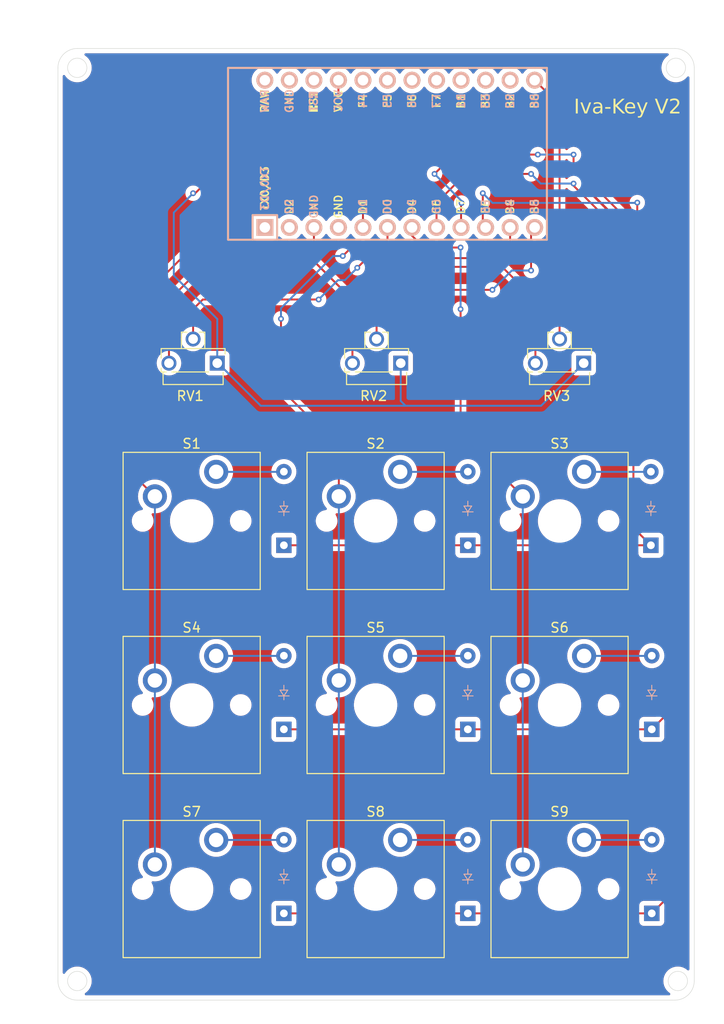
<source format=kicad_pcb>
(kicad_pcb (version 20240108) (generator "pcbnew") (generator_version "8.0")
  (layers (0 "F.Cu" signal) (31 "B.Cu" signal) (34 "B.Paste" user) (35 "F.Paste" user) (36 "B.SilkS" user "B.Silkscreen") (37 "F.SilkS" user "F.Silkscreen") (38 "B.Mask" user) (39 "F.Mask" user) (44 "Edge.Cuts" user))
  (net 0 "")
  (net 1 "row 1")
  (net 2 "Net-(D1-A)")
  (net 3 "Net-(D2-A)")
  (net 4 "Net-(D3-A)")
  (net 5 "Net-(D4-A)")
  (net 6 "row 2")
  (net 7 "Net-(D5-A)")
  (net 8 "Net-(D6-A)")
  (net 9 "row 3")
  (net 10 "Net-(D7-A)")
  (net 11 "Net-(D8-A)")
  (net 12 "Net-(D9-A)")
  (net 13 "vol 1")
  (net 14 "gnd")
  (net 15 "vcc")
  (net 16 "vol 2")
  (net 17 "vol 3")
  (net 18 "col 1")
  (net 19 "col 2")
  (net 20 "col 3")
  (footprint "Potentiometer_THT:Potentiometer_Runtron_RM-063_Horizontal" (layer "F.Cu") (at 96.5 52.59 180)
    (property "Reference" "RV1" (at 2.8 -3.4 180) (layer "F.SilkS"))
    (property "Value" "R_Potentiometer")
    (fp_line (start 5.81 1.51) (end 5.81 0.52) (stroke (width 0.12)) (layer "F.SilkS"))
    (fp_line (start 5.81 -0.91) (end 5.81 -0.52) (stroke (width 0.12)) (layer "F.SilkS"))
    (fp_line (start 5.61 -2.21) (end 5.61 -0.91) (stroke (width 0.12)) (layer "F.SilkS"))
    (fp_line (start 5.29 -0.91) (end 5.81 -0.91) (stroke (width 0.12)) (layer "F.SilkS"))
    (fp_line (start 3.71 1.51) (end 3.71 3.21) (stroke (width 0.12)) (layer "F.SilkS"))
    (fp_line (start 3.14 3.21) (end 3.71 3.21) (stroke (width 0.12)) (layer "F.SilkS"))
    (fp_line (start 1.29 3.21) (end 1.86 3.21) (stroke (width 0.12)) (layer "F.SilkS"))
    (fp_line (start 1.29 1.51) (end 1.29 3.21) (stroke (width 0.12)) (layer "F.SilkS"))
    (fp_line (start 0.9 -0.91) (end 4.7 -0.91) (stroke (width 0.12)) (layer "F.SilkS"))
    (fp_line (start -0.61 -0.96) (end -0.61 -2.2) (stroke (width 0.12)) (layer "F.SilkS"))
    (fp_line (start -0.61 -2.21) (end 5.61 -2.21) (stroke (width 0.12)) (layer "F.SilkS"))
    (fp_line (start -0.81 1.51) (end 5.81 1.51) (stroke (width 0.12)) (layer "F.SilkS"))
    (fp_line (start -0.81 0.96) (end -0.81 1.51) (stroke (width 0.12)) (layer "F.SilkS"))
    (pad "1" thru_hole rect (at 0 0 180) (size 1.55 1.55) (drill 1) (layers "*.Cu" "*.Mask") (net 15 "vcc"))
    (pad "2" thru_hole circle (at 2.5 2.5 180) (size 1.55 1.55) (drill 1) (layers "*.Cu" "*.Mask") (net 13 "vol 1"))
    (pad "3" thru_hole circle (at 5 0 180) (size 1.55 1.55) (drill 1) (layers "*.Cu" "*.Mask") (net 14 "gnd"))
  )
  (footprint "ScottoKeebs_MX:MX_PCB_1.00u" (layer "F.Cu") (at 93.85 68.92)
    (property "Reference" "S1" (at 0 -8 0) (layer "F.SilkS"))
    (property "Value" "Keyswitch")
    (fp_line (start -7.1 -7.1) (end -7.1 7.1) (stroke (width 0.12)) (layer "F.SilkS"))
    (fp_line (start -7.1 7.1) (end 7.1 7.1) (stroke (width 0.12)) (layer "F.SilkS"))
    (fp_line (start 7.1 -7.1) (end -7.1 -7.1) (stroke (width 0.12)) (layer "F.SilkS"))
    (fp_line (start 7.1 7.1) (end 7.1 -7.1) (stroke (width 0.12)) (layer "F.SilkS"))
    (pad "" np_thru_hole circle (at -5.08 0) (size 1.75 1.75) (drill 1.75) (layers "*.Cu" "*.Mask"))
    (pad "" np_thru_hole circle (at 0 0) (size 4 4) (drill 4) (layers "*.Cu" "*.Mask"))
    (pad "" np_thru_hole circle (at 5.08 0) (size 1.75 1.75) (drill 1.75) (layers "*.Cu" "*.Mask"))
    (pad "1" thru_hole circle (at -3.81 -2.54) (size 2.5 2.5) (drill 1.5) (layers "*.Cu" "*.Mask") (net 18 "col 1"))
    (pad "2" thru_hole circle (at 2.54 -5.08) (size 2.5 2.5) (drill 1.5) (layers "*.Cu" "*.Mask") (net 2 "Net-(D1-A)"))
  )
  (footprint "Potentiometer_THT:Potentiometer_Runtron_RM-063_Horizontal" (layer "F.Cu") (at 134.45 52.59 180)
    (property "Reference" "RV3" (at 2.8 -3.4 180) (layer "F.SilkS"))
    (property "Value" "R_Potentiometer")
    (fp_line (start 5.81 1.51) (end 5.81 0.52) (stroke (width 0.12)) (layer "F.SilkS"))
    (fp_line (start 5.81 -0.91) (end 5.81 -0.52) (stroke (width 0.12)) (layer "F.SilkS"))
    (fp_line (start 5.61 -2.21) (end 5.61 -0.91) (stroke (width 0.12)) (layer "F.SilkS"))
    (fp_line (start 5.29 -0.91) (end 5.81 -0.91) (stroke (width 0.12)) (layer "F.SilkS"))
    (fp_line (start 3.71 1.51) (end 3.71 3.21) (stroke (width 0.12)) (layer "F.SilkS"))
    (fp_line (start 3.14 3.21) (end 3.71 3.21) (stroke (width 0.12)) (layer "F.SilkS"))
    (fp_line (start 1.29 3.21) (end 1.86 3.21) (stroke (width 0.12)) (layer "F.SilkS"))
    (fp_line (start 1.29 1.51) (end 1.29 3.21) (stroke (width 0.12)) (layer "F.SilkS"))
    (fp_line (start 0.9 -0.91) (end 4.7 -0.91) (stroke (width 0.12)) (layer "F.SilkS"))
    (fp_line (start -0.61 -0.96) (end -0.61 -2.2) (stroke (width 0.12)) (layer "F.SilkS"))
    (fp_line (start -0.61 -2.21) (end 5.61 -2.21) (stroke (width 0.12)) (layer "F.SilkS"))
    (fp_line (start -0.81 1.51) (end 5.81 1.51) (stroke (width 0.12)) (layer "F.SilkS"))
    (fp_line (start -0.81 0.96) (end -0.81 1.51) (stroke (width 0.12)) (layer "F.SilkS"))
    (pad "1" thru_hole rect (at 0 0 180) (size 1.55 1.55) (drill 1) (layers "*.Cu" "*.Mask") (net 15 "vcc"))
    (pad "2" thru_hole circle (at 2.5 2.5 180) (size 1.55 1.55) (drill 1) (layers "*.Cu" "*.Mask") (net 17 "vol 3"))
    (pad "3" thru_hole circle (at 5 0 180) (size 1.55 1.55) (drill 1) (layers "*.Cu" "*.Mask") (net 14 "gnd"))
  )
  (footprint "ScottoKeebs_MCU:Arduino_Pro_Micro" (layer "F.Cu") (at 115.4 30.92 90)
    (property "Reference" "U1" (hide yes))
    (property "Value" "Arduino_Pro_Micro" (hide yes))
    (fp_line (start 8.89 -17.78) (end -8.89 -17.78) (stroke (width 0.2)) (layer "B.SilkS"))
    (fp_line (start -8.89 -17.78) (end -8.89 15.24) (stroke (width 0.2)) (layer "B.SilkS"))
    (fp_line (start -6.35 -15.24) (end -8.89 -15.24) (stroke (width 0.2)) (layer "B.SilkS"))
    (fp_line (start -6.35 -15.24) (end -6.35 -12.7) (stroke (width 0.2)) (layer "B.SilkS"))
    (fp_line (start -6.35 -12.7) (end -8.89 -12.7) (stroke (width 0.2)) (layer "B.SilkS"))
    (fp_line (start 8.89 15.24) (end 8.89 -17.78) (stroke (width 0.2)) (layer "B.SilkS"))
    (fp_line (start -8.89 15.24) (end 8.89 15.24) (stroke (width 0.2)) (layer "B.SilkS"))
    (fp_poly (pts (xy 6.244635 -9.35097) (xy 6.244635 -8.55097) (xy 6.344635 -8.55097) (xy 6.344635 -9.35097)) (stroke (width 0.15)) (fill solid) (layer "B.SilkS"))
    (fp_poly (pts (xy 5.844635 -9.35097) (xy 5.844635 -9.25097) (xy 6.344635 -9.25097) (xy 6.344635 -9.35097)) (stroke (width 0.15)) (fill solid) (layer "B.SilkS"))
    (fp_poly (pts (xy 5.844635 -9.35097) (xy 5.844635 -9.05097) (xy 5.944635 -9.05097) (xy 5.944635 -9.35097)) (stroke (width 0.15)) (fill solid) (layer "B.SilkS"))
    (fp_poly (pts (xy 6.044635 -8.95097) (xy 6.044635 -8.85097) (xy 6.144635 -8.85097) (xy 6.144635 -8.95097)) (stroke (width 0.15)) (fill solid) (layer "B.SilkS"))
    (fp_poly (pts (xy 5.844635 -8.75097) (xy 5.844635 -8.55097) (xy 5.944635 -8.55097) (xy 5.944635 -8.75097)) (stroke (width 0.15)) (fill solid) (layer "B.SilkS"))
    (fp_line (start 8.89 -17.78) (end -8.89 -17.78) (stroke (width 0.2)) (layer "F.SilkS"))
    (fp_line (start -8.89 -17.78) (end -8.89 15.24) (stroke (width 0.2)) (layer "F.SilkS"))
    (fp_line (start -6.35 -15.24) (end -8.89 -15.24) (stroke (width 0.2)) (layer "F.SilkS"))
    (fp_line (start -6.35 -15.24) (end -6.35 -12.7) (stroke (width 0.2)) (layer "F.SilkS"))
    (fp_line (start -6.35 -12.7) (end -8.89 -12.7) (stroke (width 0.2)) (layer "F.SilkS"))
    (fp_line (start 8.89 15.24) (end 8.89 -17.78) (stroke (width 0.2)) (layer "F.SilkS"))
    (fp_line (start -8.89 15.24) (end 8.89 15.24) (stroke (width 0.2)) (layer "F.SilkS"))
    (fp_poly (pts (xy 4.931568 -9.36064) (xy 4.931568 -9.26064) (xy 4.431568 -9.26064) (xy 4.431568 -9.36064)) (stroke (width 0.15)) (fill solid) (layer "F.SilkS"))
    (fp_poly (pts (xy 4.931568 -9.36064) (xy 4.931568 -9.06064) (xy 4.831568 -9.06064) (xy 4.831568 -9.36064)) (stroke (width 0.15)) (fill solid) (layer "F.SilkS"))
    (fp_poly (pts (xy 4.531568 -9.36064) (xy 4.531568 -8.56064) (xy 4.431568 -8.56064) (xy 4.431568 -9.36064)) (stroke (width 0.15)) (fill solid) (layer "F.SilkS"))
    (fp_poly (pts (xy 4.731568 -8.96064) (xy 4.731568 -8.86064) (xy 4.631568 -8.86064) (xy 4.631568 -8.96064)) (stroke (width 0.15)) (fill solid) (layer "F.SilkS"))
    (fp_poly (pts (xy 4.931568 -8.76064) (xy 4.931568 -8.56064) (xy 4.831568 -8.56064) (xy 4.831568 -8.76064)) (stroke (width 0.15)) (fill solid) (layer "F.SilkS"))
    (fp_text user "GND" (at -5.461 -8.89 -90) (layer "B.SilkS") (effects (font (size 0.8 0.8)) (justify mirror)))
    (fp_text user "ST" (at 5.04 -8.91 -90) (layer "B.SilkS") (effects (font (size 0.8 0.8)) (justify mirror)))
    (fp_text user "D1" (at -5.461 -3.81 -90) (layer "B.SilkS") (effects (font (size 0.8 0.8)) (justify mirror)))
    (fp_text user "TX0/D3" (at -3.571872 -13.97 -90) (layer "B.SilkS") (effects (font (size 0.8 0.8)) (justify mirror)))
    (fp_text user "B1" (at 5.461 6.35 -90) (layer "B.SilkS") (effects (font (size 0.8 0.8)) (justify mirror)))
    (fp_text user "B4" (at -5.461 11.43 -90) (layer "B.SilkS") (effects (font (size 0.8 0.8)) (justify mirror)))
    (fp_text user "D0" (at -5.461 -1.27 -90) (layer "B.SilkS") (effects (font (size 0.8 0.8)) (justify mirror)))
    (fp_text user "B5" (at -5.461 13.97 -90) (layer "B.SilkS") (effects (font (size 0.8 0.8)) (justify mirror)))
    (fp_text user "F6" (at 5.461 1.27 -90) (layer "B.SilkS") (effects (font (size 0.8 0.8)) (justify mirror)))
    (fp_text user "RAW" (at 5.461 -13.97 -90) (layer "B.SilkS") (effects (font (size 0.8 0.8)) (justify mirror)))
    (fp_text user "F7" (at 5.461 3.81 -90) (layer "B.SilkS") (effects (font (size 0.8 0.8)) (justify mirror)))
    (fp_text user "B2" (at 5.461 11.43 -90) (layer "B.SilkS") (effects (font (size 0.8 0.8)) (justify mirror)))
    (fp_text user "VCC" (at 5.461 -6.35 -90) (layer "B.SilkS") (effects (font (size 0.8 0.8)) (justify mirror)))
    (fp_text user "GND" (at 5.461 -11.43 -90) (layer "B.SilkS") (effects (font (size 0.8 0.8)) (justify mirror)))
    (fp_text user "F4" (at 5.461 -3.81 -90) (layer "B.SilkS") (effects (font (size 0.8 0.8)) (justify mirror)))
    (fp_text user "B6" (at 5.461 13.97 -90) (layer "B.SilkS") (effects (font (size 0.8 0.8)) (justify mirror)))
    (fp_text user "C6" (at -5.461 3.81 -90) (layer "B.SilkS") (effects (font (size 0.8 0.8)) (justify mirror)))
    (fp_text user "D2" (at -5.461 -11.43 -90) (layer "B.SilkS") (effects (font (size 0.8 0.8)) (justify mirror)))
    (fp_text user "B3" (at 5.461 8.89 -90) (layer "B.SilkS") (effects (font (size 0.8 0.8)) (justify mirror)))
    (fp_text user "D4" (at -5.461 1.27 -90) (layer "B.SilkS") (effects (font (size 0.8 0.8)) (justify mirror)))
    (fp_text user "E6" (at -5.461 8.89 -90) (layer "B.SilkS") (effects (font (size 0.8 0.8)) (justify mirror)))
    (fp_text user "F5" (at 5.461 -1.27 -90) (layer "B.SilkS") (effects (font (size 0.8 0.8)) (justify mirror)))
    (fp_text user "D1" (at -5.461 -3.81 -90) (layer "F.SilkS") (effects (font (size 0.8 0.8))))
    (fp_text user "D0" (at -5.461 -1.27 -90) (layer "F.SilkS") (effects (font (size 0.8 0.8))))
    (fp_text user "D2" (at -5.461 -11.43 -90) (layer "F.SilkS") (effects (font (size 0.8 0.8))))
    (fp_text user "D7" (at -5.461 6.35 -90) (layer "F.SilkS") (effects (font (size 0.8 0.8))))
    (fp_text user "B3" (at 5.461 8.89 -90) (layer "F.SilkS") (effects (font (size 0.8 0.8))))
    (fp_text user "ST" (at 5.73312 -8.92 -90) (layer "F.SilkS") (effects (font (size 0.8 0.8))))
    (fp_text user "C6" (at -5.461 3.81 -90) (layer "F.SilkS") (effects (font (size 0.8 0.8))))
    (fp_text user "E6" (at -5.461 8.89 -90) (layer "F.SilkS") (effects (font (size 0.8 0.8))))
    (fp_text user "B2" (at 5.461 11.43 -90) (layer "F.SilkS") (effects (font (size 0.8 0.8))))
    (fp_text user "B5" (at -5.461 13.97 -90) (layer "F.SilkS") (effects (font (size 0.8 0.8))))
    (fp_text user "GND" (at -5.461 -6.35 -90) (layer "F.SilkS") (effects (font (size 0.8 0.8))))
    (fp_text user "B4" (at -5.461 11.43 -90) (layer "F.SilkS") (effects (font (size 0.8 0.8))))
    (fp_text user "D4" (at -5.461 1.27 -90) (layer "F.SilkS") (effects (font (size 0.8 0.8))))
    (fp_text user "VCC" (at 5.461 -6.35 -90) (layer "F.SilkS") (effects (font (size 0.8 0.8))))
    (fp_text user "F4" (at 5.461 -3.81 -90) (layer "F.SilkS") (effects (font (size 0.8 0.8))))
    (fp_text user "B1" (at 5.461 6.35 -90) (layer "F.SilkS") (effects (font (size 0.8 0.8))))
    (fp_text user "F7" (at 5.461 3.81 -90) (layer "F.SilkS") (effects (font (size 0.8 0.8))))
    (fp_text user "F5" (at 5.461 -1.27 -90) (layer "F.SilkS") (effects (font (size 0.8 0.8))))
    (fp_text user "RAW" (at 5.461 -13.97 -90) (layer "F.SilkS") (effects (font (size 0.8 0.8))))
    (fp_text user "B6" (at 5.461 13.97 -90) (layer "F.SilkS") (effects (font (size 0.8 0.8))))
    (fp_text user "GND" (at 5.461 -11.43 -90) (layer "F.SilkS") (effects (font (size 0.8 0.8))))
    (fp_text user "F6" (at 5.461 1.27 -90) (layer "F.SilkS") (effects (font (size 0.8 0.8))))
    (fp_text user "TX0/D3" (at -3.571872 -13.97 -90) (layer "F.SilkS") (effects (font (size 0.8 0.8))))
    (fp_text user "GND" (at -5.461 -8.89 -90) (layer "F.SilkS") (effects (font (size 0.8 0.8))))
    (pad "1" thru_hole rect (at -7.62 -13.97) (size 1.7526 1.7526) (drill 1.0922) (layers "*.Cu" "*.SilkS" "*.Mask"))
    (pad "2" thru_hole circle (at -7.62 -11.43) (size 1.7526 1.7526) (drill 1.0922) (layers "*.Cu" "*.SilkS" "*.Mask"))
    (pad "3" thru_hole circle (at -7.62 -8.89) (size 1.7526 1.7526) (drill 1.0922) (layers "*.Cu" "*.SilkS" "*.Mask") (net 14 "gnd"))
    (pad "4" thru_hole circle (at -7.62 -6.35) (size 1.7526 1.7526) (drill 1.0922) (layers "*.Cu" "*.SilkS" "*.Mask"))
    (pad "5" thru_hole circle (at -7.62 -3.81) (size 1.7526 1.7526) (drill 1.0922) (layers "*.Cu" "*.SilkS" "*.Mask") (net 18 "col 1"))
    (pad "6" thru_hole circle (at -7.62 -1.27) (size 1.7526 1.7526) (drill 1.0922) (layers "*.Cu" "*.SilkS" "*.Mask") (net 19 "col 2"))
    (pad "7" thru_hole circle (at -7.62 1.27) (size 1.7526 1.7526) (drill 1.0922) (layers "*.Cu" "*.SilkS" "*.Mask") (net 20 "col 3"))
    (pad "8" thru_hole circle (at -7.62 3.81) (size 1.7526 1.7526) (drill 1.0922) (layers "*.Cu" "*.SilkS" "*.Mask") (net 1 "row 1"))
    (pad "9" thru_hole circle (at -7.62 6.35) (size 1.7526 1.7526) (drill 1.0922) (layers "*.Cu" "*.SilkS" "*.Mask") (net 6 "row 2"))
    (pad "10" thru_hole circle (at -7.62 8.89) (size 1.7526 1.7526) (drill 1.0922) (layers "*.Cu" "*.SilkS" "*.Mask") (net 9 "row 3"))
    (pad "11" thru_hole circle (at -7.62 11.43) (size 1.7526 1.7526) (drill 1.0922) (layers "*.Cu" "*.SilkS" "*.Mask") (net 13 "vol 1"))
    (pad "12" thru_hole circle (at -7.62 13.97) (size 1.7526 1.7526) (drill 1.0922) (layers "*.Cu" "*.SilkS" "*.Mask") (net 16 "vol 2"))
    (pad "13" thru_hole circle (at 7.62 13.97) (size 1.7526 1.7526) (drill 1.0922) (layers "*.Cu" "*.SilkS" "*.Mask") (net 17 "vol 3"))
    (pad "14" thru_hole circle (at 7.62 11.43) (size 1.7526 1.7526) (drill 1.0922) (layers "*.Cu" "*.SilkS" "*.Mask"))
    (pad "15" thru_hole circle (at 7.62 8.89) (size 1.7526 1.7526) (drill 1.0922) (layers "*.Cu" "*.SilkS" "*.Mask"))
    (pad "16" thru_hole circle (at 7.62 6.35) (size 1.7526 1.7526) (drill 1.0922) (layers "*.Cu" "*.SilkS" "*.Mask"))
    (pad "17" thru_hole circle (at 7.62 3.81) (size 1.7526 1.7526) (drill 1.0922) (layers "*.Cu" "*.SilkS" "*.Mask"))
    (pad "18" thru_hole circle (at 7.62 1.27) (size 1.7526 1.7526) (drill 1.0922) (layers "*.Cu" "*.SilkS" "*.Mask"))
    (pad "19" thru_hole circle (at 7.62 -1.27) (size 1.7526 1.7526) (drill 1.0922) (layers "*.Cu" "*.SilkS" "*.Mask"))
    (pad "20" thru_hole circle (at 7.62 -3.81) (size 1.7526 1.7526) (drill 1.0922) (layers "*.Cu" "*.SilkS" "*.Mask"))
    (pad "21" thru_hole circle (at 7.62 -6.35) (size 1.7526 1.7526) (drill 1.0922) (layers "*.Cu" "*.SilkS" "*.Mask") (net 15 "vcc"))
    (pad "22" thru_hole circle (at 7.62 -8.89) (size 1.7526 1.7526) (drill 1.0922) (layers "*.Cu" "*.SilkS" "*.Mask"))
    (pad "23" thru_hole circle (at 7.62 -11.43) (size 1.7526 1.7526) (drill 1.0922) (layers "*.Cu" "*.SilkS" "*.Mask"))
    (pad "24" thru_hole circle (at 7.62 -13.97) (size 1.7526 1.7526) (drill 1.0922) (layers "*.Cu" "*.SilkS" "*.Mask"))
  )
  (footprint "ScottoKeebs_MX:MX_PCB_1.00u" (layer "F.Cu") (at 131.95 87.97)
    (property "Reference" "S6" (at 0 -8 0) (layer "F.SilkS"))
    (property "Value" "Keyswitch")
    (fp_line (start -7.1 -7.1) (end -7.1 7.1) (stroke (width 0.12)) (layer "F.SilkS"))
    (fp_line (start -7.1 7.1) (end 7.1 7.1) (stroke (width 0.12)) (layer "F.SilkS"))
    (fp_line (start 7.1 -7.1) (end -7.1 -7.1) (stroke (width 0.12)) (layer "F.SilkS"))
    (fp_line (start 7.1 7.1) (end 7.1 -7.1) (stroke (width 0.12)) (layer "F.SilkS"))
    (pad "" np_thru_hole circle (at -5.08 0) (size 1.75 1.75) (drill 1.75) (layers "*.Cu" "*.Mask"))
    (pad "" np_thru_hole circle (at 0 0) (size 4 4) (drill 4) (layers "*.Cu" "*.Mask"))
    (pad "" np_thru_hole circle (at 5.08 0) (size 1.75 1.75) (drill 1.75) (layers "*.Cu" "*.Mask"))
    (pad "1" thru_hole circle (at -3.81 -2.54) (size 2.5 2.5) (drill 1.5) (layers "*.Cu" "*.Mask") (net 20 "col 3"))
    (pad "2" thru_hole circle (at 2.54 -5.08) (size 2.5 2.5) (drill 1.5) (layers "*.Cu" "*.Mask") (net 8 "Net-(D6-A)"))
  )
  (footprint "ScottoKeebs_MX:MX_PCB_1.00u" (layer "F.Cu") (at 93.85 107.02)
    (property "Reference" "S7" (at 0 -8 0) (layer "F.SilkS"))
    (property "Value" "Keyswitch")
    (fp_line (start -7.1 -7.1) (end -7.1 7.1) (stroke (width 0.12)) (layer "F.SilkS"))
    (fp_line (start -7.1 7.1) (end 7.1 7.1) (stroke (width 0.12)) (layer "F.SilkS"))
    (fp_line (start 7.1 -7.1) (end -7.1 -7.1) (stroke (width 0.12)) (layer "F.SilkS"))
    (fp_line (start 7.1 7.1) (end 7.1 -7.1) (stroke (width 0.12)) (layer "F.SilkS"))
    (pad "" np_thru_hole circle (at -5.08 0) (size 1.75 1.75) (drill 1.75) (layers "*.Cu" "*.Mask"))
    (pad "" np_thru_hole circle (at 0 0) (size 4 4) (drill 4) (layers "*.Cu" "*.Mask"))
    (pad "" np_thru_hole circle (at 5.08 0) (size 1.75 1.75) (drill 1.75) (layers "*.Cu" "*.Mask"))
    (pad "1" thru_hole circle (at -3.81 -2.54) (size 2.5 2.5) (drill 1.5) (layers "*.Cu" "*.Mask") (net 18 "col 1"))
    (pad "2" thru_hole circle (at 2.54 -5.08) (size 2.5 2.5) (drill 1.5) (layers "*.Cu" "*.Mask") (net 10 "Net-(D7-A)"))
  )
  (footprint "ScottoKeebs_MX:MX_PCB_1.00u" (layer "F.Cu") (at 112.9 68.92)
    (property "Reference" "S2" (at 0 -8 0) (layer "F.SilkS"))
    (property "Value" "Keyswitch")
    (fp_line (start -7.1 -7.1) (end -7.1 7.1) (stroke (width 0.12)) (layer "F.SilkS"))
    (fp_line (start -7.1 7.1) (end 7.1 7.1) (stroke (width 0.12)) (layer "F.SilkS"))
    (fp_line (start 7.1 -7.1) (end -7.1 -7.1) (stroke (width 0.12)) (layer "F.SilkS"))
    (fp_line (start 7.1 7.1) (end 7.1 -7.1) (stroke (width 0.12)) (layer "F.SilkS"))
    (pad "" np_thru_hole circle (at -5.08 0) (size 1.75 1.75) (drill 1.75) (layers "*.Cu" "*.Mask"))
    (pad "" np_thru_hole circle (at 0 0) (size 4 4) (drill 4) (layers "*.Cu" "*.Mask"))
    (pad "" np_thru_hole circle (at 5.08 0) (size 1.75 1.75) (drill 1.75) (layers "*.Cu" "*.Mask"))
    (pad "1" thru_hole circle (at -3.81 -2.54) (size 2.5 2.5) (drill 1.5) (layers "*.Cu" "*.Mask") (net 19 "col 2"))
    (pad "2" thru_hole circle (at 2.54 -5.08) (size 2.5 2.5) (drill 1.5) (layers "*.Cu" "*.Mask") (net 3 "Net-(D2-A)"))
  )
  (footprint "ScottoKeebs_MX:MX_PCB_1.00u" (layer "F.Cu") (at 131.95 107.02)
    (property "Reference" "S9" (at 0 -8 0) (layer "F.SilkS"))
    (property "Value" "Keyswitch")
    (fp_line (start -7.1 -7.1) (end -7.1 7.1) (stroke (width 0.12)) (layer "F.SilkS"))
    (fp_line (start -7.1 7.1) (end 7.1 7.1) (stroke (width 0.12)) (layer "F.SilkS"))
    (fp_line (start 7.1 -7.1) (end -7.1 -7.1) (stroke (width 0.12)) (layer "F.SilkS"))
    (fp_line (start 7.1 7.1) (end 7.1 -7.1) (stroke (width 0.12)) (layer "F.SilkS"))
    (pad "" np_thru_hole circle (at -5.08 0) (size 1.75 1.75) (drill 1.75) (layers "*.Cu" "*.Mask"))
    (pad "" np_thru_hole circle (at 0 0) (size 4 4) (drill 4) (layers "*.Cu" "*.Mask"))
    (pad "" np_thru_hole circle (at 5.08 0) (size 1.75 1.75) (drill 1.75) (layers "*.Cu" "*.Mask"))
    (pad "1" thru_hole circle (at -3.81 -2.54) (size 2.5 2.5) (drill 1.5) (layers "*.Cu" "*.Mask") (net 20 "col 3"))
    (pad "2" thru_hole circle (at 2.54 -5.08) (size 2.5 2.5) (drill 1.5) (layers "*.Cu" "*.Mask") (net 12 "Net-(D9-A)"))
  )
  (footprint "Potentiometer_THT:Potentiometer_Runtron_RM-063_Horizontal" (layer "F.Cu") (at 115.5 52.59 180)
    (property "Reference" "RV2" (at 2.8 -3.4 180) (layer "F.SilkS"))
    (property "Value" "R_Potentiometer")
    (fp_line (start 5.81 1.51) (end 5.81 0.52) (stroke (width 0.12)) (layer "F.SilkS"))
    (fp_line (start 5.81 -0.91) (end 5.81 -0.52) (stroke (width 0.12)) (layer "F.SilkS"))
    (fp_line (start 5.61 -2.21) (end 5.61 -0.91) (stroke (width 0.12)) (layer "F.SilkS"))
    (fp_line (start 5.29 -0.91) (end 5.81 -0.91) (stroke (width 0.12)) (layer "F.SilkS"))
    (fp_line (start 3.71 1.51) (end 3.71 3.21) (stroke (width 0.12)) (layer "F.SilkS"))
    (fp_line (start 3.14 3.21) (end 3.71 3.21) (stroke (width 0.12)) (layer "F.SilkS"))
    (fp_line (start 1.29 3.21) (end 1.86 3.21) (stroke (width 0.12)) (layer "F.SilkS"))
    (fp_line (start 1.29 1.51) (end 1.29 3.21) (stroke (width 0.12)) (layer "F.SilkS"))
    (fp_line (start 0.9 -0.91) (end 4.7 -0.91) (stroke (width 0.12)) (layer "F.SilkS"))
    (fp_line (start -0.61 -0.96) (end -0.61 -2.2) (stroke (width 0.12)) (layer "F.SilkS"))
    (fp_line (start -0.61 -2.21) (end 5.61 -2.21) (stroke (width 0.12)) (layer "F.SilkS"))
    (fp_line (start -0.81 1.51) (end 5.81 1.51) (stroke (width 0.12)) (layer "F.SilkS"))
    (fp_line (start -0.81 0.96) (end -0.81 1.51) (stroke (width 0.12)) (layer "F.SilkS"))
    (pad "1" thru_hole rect (at 0 0 180) (size 1.55 1.55) (drill 1) (layers "*.Cu" "*.Mask") (net 15 "vcc"))
    (pad "2" thru_hole circle (at 2.5 2.5 180) (size 1.55 1.55) (drill 1) (layers "*.Cu" "*.Mask") (net 16 "vol 2"))
    (pad "3" thru_hole circle (at 5 0 180) (size 1.55 1.55) (drill 1) (layers "*.Cu" "*.Mask") (net 14 "gnd"))
  )
  (footprint "ScottoKeebs_MX:MX_PCB_1.00u" (layer "F.Cu") (at 112.9 87.97)
    (property "Reference" "S5" (at 0 -8 0) (layer "F.SilkS"))
    (property "Value" "Keyswitch")
    (fp_line (start -7.1 -7.1) (end -7.1 7.1) (stroke (width 0.12)) (layer "F.SilkS"))
    (fp_line (start -7.1 7.1) (end 7.1 7.1) (stroke (width 0.12)) (layer "F.SilkS"))
    (fp_line (start 7.1 -7.1) (end -7.1 -7.1) (stroke (width 0.12)) (layer "F.SilkS"))
    (fp_line (start 7.1 7.1) (end 7.1 -7.1) (stroke (width 0.12)) (layer "F.SilkS"))
    (pad "" np_thru_hole circle (at -5.08 0) (size 1.75 1.75) (drill 1.75) (layers "*.Cu" "*.Mask"))
    (pad "" np_thru_hole circle (at 0 0) (size 4 4) (drill 4) (layers "*.Cu" "*.Mask"))
    (pad "" np_thru_hole circle (at 5.08 0) (size 1.75 1.75) (drill 1.75) (layers "*.Cu" "*.Mask"))
    (pad "1" thru_hole circle (at -3.81 -2.54) (size 2.5 2.5) (drill 1.5) (layers "*.Cu" "*.Mask") (net 19 "col 2"))
    (pad "2" thru_hole circle (at 2.54 -5.08) (size 2.5 2.5) (drill 1.5) (layers "*.Cu" "*.Mask") (net 7 "Net-(D5-A)"))
  )
  (footprint "ScottoKeebs_MX:MX_PCB_1.00u" (layer "F.Cu") (at 131.95 68.92)
    (property "Reference" "S3" (at 0 -8 0) (layer "F.SilkS"))
    (property "Value" "Keyswitch")
    (fp_line (start -7.1 -7.1) (end -7.1 7.1) (stroke (width 0.12)) (layer "F.SilkS"))
    (fp_line (start -7.1 7.1) (end 7.1 7.1) (stroke (width 0.12)) (layer "F.SilkS"))
    (fp_line (start 7.1 -7.1) (end -7.1 -7.1) (stroke (width 0.12)) (layer "F.SilkS"))
    (fp_line (start 7.1 7.1) (end 7.1 -7.1) (stroke (width 0.12)) (layer "F.SilkS"))
    (pad "" np_thru_hole circle (at -5.08 0) (size 1.75 1.75) (drill 1.75) (layers "*.Cu" "*.Mask"))
    (pad "" np_thru_hole circle (at 0 0) (size 4 4) (drill 4) (layers "*.Cu" "*.Mask"))
    (pad "" np_thru_hole circle (at 5.08 0) (size 1.75 1.75) (drill 1.75) (layers "*.Cu" "*.Mask"))
    (pad "1" thru_hole circle (at -3.81 -2.54) (size 2.5 2.5) (drill 1.5) (layers "*.Cu" "*.Mask") (net 20 "col 3"))
    (pad "2" thru_hole circle (at 2.54 -5.08) (size 2.5 2.5) (drill 1.5) (layers "*.Cu" "*.Mask") (net 4 "Net-(D3-A)"))
  )
  (footprint "ScottoKeebs_MX:MX_PCB_1.00u" (layer "F.Cu") (at 112.9 107.02)
    (property "Reference" "S8" (at 0 -8 0) (layer "F.SilkS"))
    (property "Value" "Keyswitch")
    (fp_line (start -7.1 -7.1) (end -7.1 7.1) (stroke (width 0.12)) (layer "F.SilkS"))
    (fp_line (start -7.1 7.1) (end 7.1 7.1) (stroke (width 0.12)) (layer "F.SilkS"))
    (fp_line (start 7.1 -7.1) (end -7.1 -7.1) (stroke (width 0.12)) (layer "F.SilkS"))
    (fp_line (start 7.1 7.1) (end 7.1 -7.1) (stroke (width 0.12)) (layer "F.SilkS"))
    (pad "" np_thru_hole circle (at -5.08 0) (size 1.75 1.75) (drill 1.75) (layers "*.Cu" "*.Mask"))
    (pad "" np_thru_hole circle (at 0 0) (size 4 4) (drill 4) (layers "*.Cu" "*.Mask"))
    (pad "" np_thru_hole circle (at 5.08 0) (size 1.75 1.75) (drill 1.75) (layers "*.Cu" "*.Mask"))
    (pad "1" thru_hole circle (at -3.81 -2.54) (size 2.5 2.5) (drill 1.5) (layers "*.Cu" "*.Mask") (net 19 "col 2"))
    (pad "2" thru_hole circle (at 2.54 -5.08) (size 2.5 2.5) (drill 1.5) (layers "*.Cu" "*.Mask") (net 11 "Net-(D8-A)"))
  )
  (footprint "ScottoKeebs_MX:MX_PCB_1.00u" (layer "F.Cu") (at 93.85 87.97)
    (property "Reference" "S4" (at 0 -8 0) (layer "F.SilkS"))
    (property "Value" "Keyswitch")
    (fp_line (start -7.1 -7.1) (end -7.1 7.1) (stroke (width 0.12)) (layer "F.SilkS"))
    (fp_line (start -7.1 7.1) (end 7.1 7.1) (stroke (width 0.12)) (layer "F.SilkS"))
    (fp_line (start 7.1 -7.1) (end -7.1 -7.1) (stroke (width 0.12)) (layer "F.SilkS"))
    (fp_line (start 7.1 7.1) (end 7.1 -7.1) (stroke (width 0.12)) (layer "F.SilkS"))
    (pad "" np_thru_hole circle (at -5.08 0) (size 1.75 1.75) (drill 1.75) (layers "*.Cu" "*.Mask"))
    (pad "" np_thru_hole circle (at 0 0) (size 4 4) (drill 4) (layers "*.Cu" "*.Mask"))
    (pad "" np_thru_hole circle (at 5.08 0) (size 1.75 1.75) (drill 1.75) (layers "*.Cu" "*.Mask"))
    (pad "1" thru_hole circle (at -3.81 -2.54) (size 2.5 2.5) (drill 1.5) (layers "*.Cu" "*.Mask") (net 18 "col 1"))
    (pad "2" thru_hole circle (at 2.54 -5.08) (size 2.5 2.5) (drill 1.5) (layers "*.Cu" "*.Mask") (net 5 "Net-(D4-A)"))
  )
  (footprint "ScottoKeebs_Scotto:DO-35" (layer "B.Cu") (at 141.5 90.49 90)
    (property "Reference" "D6" (hide yes))
    (property "Value" "Diode" (hide yes))
    (fp_line (start 3.46 -0.55) (end 3.46 0.55) (stroke (width 0.1)) (layer "B.SilkS"))
    (fp_line (start 4.06 -0.4) (end 4.06 0.4) (stroke (width 0.1)) (layer "B.SilkS"))
    (fp_line (start 4.56 0) (end 4.06 0) (stroke (width 0.1)) (layer "B.SilkS"))
    (fp_line (start 3.46 0) (end 4.06 -0.4) (stroke (width 0.1)) (layer "B.SilkS"))
    (fp_line (start 3.46 0) (end 3.06 0) (stroke (width 0.1)) (layer "B.SilkS"))
    (fp_line (start 4.06 0.4) (end 3.46 0) (stroke (width 0.1)) (layer "B.SilkS"))
    (pad "1" thru_hole rect (at 0 0 90) (size 1.6 1.6) (drill 0.8) (layers "*.Cu" "*.Mask") (net 6 "row 2"))
    (pad "2" thru_hole oval (at 7.62 0 90) (size 1.6 1.6) (drill 0.8) (layers "*.Cu" "*.Mask") (net 8 "Net-(D6-A)"))
  )
  (footprint "ScottoKeebs_Scotto:DO-35" (layer "B.Cu") (at 141.5 109.54 90)
    (property "Reference" "D9" (hide yes))
    (property "Value" "Diode" (hide yes))
    (fp_line (start 3.46 -0.55) (end 3.46 0.55) (stroke (width 0.1)) (layer "B.SilkS"))
    (fp_line (start 4.06 -0.4) (end 4.06 0.4) (stroke (width 0.1)) (layer "B.SilkS"))
    (fp_line (start 4.56 0) (end 4.06 0) (stroke (width 0.1)) (layer "B.SilkS"))
    (fp_line (start 3.46 0) (end 4.06 -0.4) (stroke (width 0.1)) (layer "B.SilkS"))
    (fp_line (start 3.46 0) (end 3.06 0) (stroke (width 0.1)) (layer "B.SilkS"))
    (fp_line (start 4.06 0.4) (end 3.46 0) (stroke (width 0.1)) (layer "B.SilkS"))
    (pad "1" thru_hole rect (at 0 0 90) (size 1.6 1.6) (drill 0.8) (layers "*.Cu" "*.Mask") (net 9 "row 3"))
    (pad "2" thru_hole oval (at 7.62 0 90) (size 1.6 1.6) (drill 0.8) (layers "*.Cu" "*.Mask") (net 12 "Net-(D9-A)"))
  )
  (footprint "ScottoKeebs_Scotto:DO-35" (layer "B.Cu") (at 141.41 71.44 90)
    (property "Reference" "D3" (hide yes))
    (property "Value" "Diode" (hide yes))
    (fp_line (start 3.46 -0.55) (end 3.46 0.55) (stroke (width 0.1)) (layer "B.SilkS"))
    (fp_line (start 4.06 -0.4) (end 4.06 0.4) (stroke (width 0.1)) (layer "B.SilkS"))
    (fp_line (start 4.56 0) (end 4.06 0) (stroke (width 0.1)) (layer "B.SilkS"))
    (fp_line (start 3.46 0) (end 4.06 -0.4) (stroke (width 0.1)) (layer "B.SilkS"))
    (fp_line (start 3.46 0) (end 3.06 0) (stroke (width 0.1)) (layer "B.SilkS"))
    (fp_line (start 4.06 0.4) (end 3.46 0) (stroke (width 0.1)) (layer "B.SilkS"))
    (pad "1" thru_hole rect (at 0 0 90) (size 1.6 1.6) (drill 0.8) (layers "*.Cu" "*.Mask") (net 1 "row 1"))
    (pad "2" thru_hole oval (at 7.62 0 90) (size 1.6 1.6) (drill 0.8) (layers "*.Cu" "*.Mask") (net 4 "Net-(D3-A)"))
  )
  (footprint "ScottoKeebs_Scotto:DO-35" (layer "B.Cu") (at 103.4 109.54 90)
    (property "Reference" "D7" (hide yes))
    (property "Value" "Diode" (hide yes))
    (fp_line (start 3.46 -0.55) (end 3.46 0.55) (stroke (width 0.1)) (layer "B.SilkS"))
    (fp_line (start 4.06 -0.4) (end 4.06 0.4) (stroke (width 0.1)) (layer "B.SilkS"))
    (fp_line (start 4.56 0) (end 4.06 0) (stroke (width 0.1)) (layer "B.SilkS"))
    (fp_line (start 3.46 0) (end 4.06 -0.4) (stroke (width 0.1)) (layer "B.SilkS"))
    (fp_line (start 3.46 0) (end 3.06 0) (stroke (width 0.1)) (layer "B.SilkS"))
    (fp_line (start 4.06 0.4) (end 3.46 0) (stroke (width 0.1)) (layer "B.SilkS"))
    (pad "1" thru_hole rect (at 0 0 90) (size 1.6 1.6) (drill 0.8) (layers "*.Cu" "*.Mask") (net 9 "row 3"))
    (pad "2" thru_hole oval (at 7.62 0 90) (size 1.6 1.6) (drill 0.8) (layers "*.Cu" "*.Mask") (net 10 "Net-(D7-A)"))
  )
  (footprint "ScottoKeebs_Scotto:DO-35" (layer "B.Cu") (at 103.4 90.49 90)
    (property "Reference" "D4" (hide yes))
    (property "Value" "Diode" (hide yes))
    (fp_line (start 3.46 -0.55) (end 3.46 0.55) (stroke (width 0.1)) (layer "B.SilkS"))
    (fp_line (start 4.06 -0.4) (end 4.06 0.4) (stroke (width 0.1)) (layer "B.SilkS"))
    (fp_line (start 4.56 0) (end 4.06 0) (stroke (width 0.1)) (layer "B.SilkS"))
    (fp_line (start 3.46 0) (end 4.06 -0.4) (stroke (width 0.1)) (layer "B.SilkS"))
    (fp_line (start 3.46 0) (end 3.06 0) (stroke (width 0.1)) (layer "B.SilkS"))
    (fp_line (start 4.06 0.4) (end 3.46 0) (stroke (width 0.1)) (layer "B.SilkS"))
    (pad "1" thru_hole rect (at 0 0 90) (size 1.6 1.6) (drill 0.8) (layers "*.Cu" "*.Mask") (net 6 "row 2"))
    (pad "2" thru_hole oval (at 7.62 0 90) (size 1.6 1.6) (drill 0.8) (layers "*.Cu" "*.Mask") (net 5 "Net-(D4-A)"))
  )
  (footprint "ScottoKeebs_Scotto:DO-35" (layer "B.Cu") (at 122.45 109.54 90)
    (property "Reference" "D8" (hide yes))
    (property "Value" "Diode" (hide yes))
    (fp_line (start 3.46 -0.55) (end 3.46 0.55) (stroke (width 0.1)) (layer "B.SilkS"))
    (fp_line (start 4.06 -0.4) (end 4.06 0.4) (stroke (width 0.1)) (layer "B.SilkS"))
    (fp_line (start 4.56 0) (end 4.06 0) (stroke (width 0.1)) (layer "B.SilkS"))
    (fp_line (start 3.46 0) (end 4.06 -0.4) (stroke (width 0.1)) (layer "B.SilkS"))
    (fp_line (start 3.46 0) (end 3.06 0) (stroke (width 0.1)) (layer "B.SilkS"))
    (fp_line (start 4.06 0.4) (end 3.46 0) (stroke (width 0.1)) (layer "B.SilkS"))
    (pad "1" thru_hole rect (at 0 0 90) (size 1.6 1.6) (drill 0.8) (layers "*.Cu" "*.Mask") (net 9 "row 3"))
    (pad "2" thru_hole oval (at 7.62 0 90) (size 1.6 1.6) (drill 0.8) (layers "*.Cu" "*.Mask") (net 11 "Net-(D8-A)"))
  )
  (footprint "ScottoKeebs_Scotto:DO-35" (layer "B.Cu") (at 122.45 90.49 90)
    (property "Reference" "D5" (hide yes))
    (property "Value" "Diode" (hide yes))
    (fp_line (start 3.46 -0.55) (end 3.46 0.55) (stroke (width 0.1)) (layer "B.SilkS"))
    (fp_line (start 4.06 -0.4) (end 4.06 0.4) (stroke (width 0.1)) (layer "B.SilkS"))
    (fp_line (start 4.56 0) (end 4.06 0) (stroke (width 0.1)) (layer "B.SilkS"))
    (fp_line (start 3.46 0) (end 4.06 -0.4) (stroke (width 0.1)) (layer "B.SilkS"))
    (fp_line (start 3.46 0) (end 3.06 0) (stroke (width 0.1)) (layer "B.SilkS"))
    (fp_line (start 4.06 0.4) (end 3.46 0) (stroke (width 0.1)) (layer "B.SilkS"))
    (pad "1" thru_hole rect (at 0 0 90) (size 1.6 1.6) (drill 0.8) (layers "*.Cu" "*.Mask") (net 6 "row 2"))
    (pad "2" thru_hole oval (at 7.62 0 90) (size 1.6 1.6) (drill 0.8) (layers "*.Cu" "*.Mask") (net 7 "Net-(D5-A)"))
  )
  (footprint "ScottoKeebs_Scotto:DO-35" (layer "B.Cu") (at 103.4 71.44 90)
    (property "Reference" "D1" (hide yes))
    (property "Value" "Diode" (hide yes))
    (fp_line (start 3.46 -0.55) (end 3.46 0.55) (stroke (width 0.1)) (layer "B.SilkS"))
    (fp_line (start 4.06 -0.4) (end 4.06 0.4) (stroke (width 0.1)) (layer "B.SilkS"))
    (fp_line (start 4.56 0) (end 4.06 0) (stroke (width 0.1)) (layer "B.SilkS"))
    (fp_line (start 3.46 0) (end 4.06 -0.4) (stroke (width 0.1)) (layer "B.SilkS"))
    (fp_line (start 3.46 0) (end 3.06 0) (stroke (width 0.1)) (layer "B.SilkS"))
    (fp_line (start 4.06 0.4) (end 3.46 0) (stroke (width 0.1)) (layer "B.SilkS"))
    (pad "1" thru_hole rect (at 0 0 90) (size 1.6 1.6) (drill 0.8) (layers "*.Cu" "*.Mask") (net 1 "row 1"))
    (pad "2" thru_hole oval (at 7.62 0 90) (size 1.6 1.6) (drill 0.8) (layers "*.Cu" "*.Mask") (net 2 "Net-(D1-A)"))
  )
  (footprint "ScottoKeebs_Scotto:DO-35" (layer "B.Cu") (at 122.45 71.44 90)
    (property "Reference" "D2" (hide yes))
    (property "Value" "Diode" (hide yes))
    (fp_line (start 3.46 -0.55) (end 3.46 0.55) (stroke (width 0.1)) (layer "B.SilkS"))
    (fp_line (start 4.06 -0.4) (end 4.06 0.4) (stroke (width 0.1)) (layer "B.SilkS"))
    (fp_line (start 4.56 0) (end 4.06 0) (stroke (width 0.1)) (layer "B.SilkS"))
    (fp_line (start 3.46 0) (end 4.06 -0.4) (stroke (width 0.1)) (layer "B.SilkS"))
    (fp_line (start 3.46 0) (end 3.06 0) (stroke (width 0.1)) (layer "B.SilkS"))
    (fp_line (start 4.06 0.4) (end 3.46 0) (stroke (width 0.1)) (layer "B.SilkS"))
    (pad "1" thru_hole rect (at 0 0 90) (size 1.6 1.6) (drill 0.8) (layers "*.Cu" "*.Mask") (net 1 "row 1"))
    (pad "2" thru_hole oval (at 7.62 0 90) (size 1.6 1.6) (drill 0.8) (layers "*.Cu" "*.Mask") (net 3 "Net-(D2-A)"))
  )
  (gr_circle (center 82 116.54) (end 83 116.54) (stroke (width 0.05)) (fill none) (layer "Edge.Cuts"))
  (gr_line (start 143.9 118.52) (end 82 118.52) (stroke (width 0.05)) (layer "Edge.Cuts"))
  (gr_circle (center 82 22.02) (end 83 22.02) (stroke (width 0.05)) (fill none) (layer "Edge.Cuts"))
  (gr_line (start 145.9 22.02) (end 145.9 116.52) (stroke (width 0.05)) (layer "Edge.Cuts"))
  (gr_arc (start 80 22.02) (mid 80.585786 20.605786) (end 82 20.02) (stroke (width 0.05)) (layer "Edge.Cuts"))
  (gr_line (start 82 20.02) (end 143.9 20.02) (stroke (width 0.05)) (layer "Edge.Cuts"))
  (gr_line (start 80 116.52) (end 80 22.02) (stroke (width 0.05)) (layer "Edge.Cuts"))
  (gr_arc (start 143.9 20.02) (mid 145.314214 20.605786) (end 145.9 22.02) (stroke (width 0.05)) (layer "Edge.Cuts"))
  (gr_circle (center 144.2 116.54) (end 145.2 116.54) (stroke (width 0.05)) (fill none) (layer "Edge.Cuts"))
  (gr_arc (start 82 118.52) (mid 80.585786 117.934214) (end 80 116.52) (stroke (width 0.05)) (layer "Edge.Cuts"))
  (gr_circle (center 144 22.02) (end 145 22.02) (stroke (width 0.05)) (fill none) (layer "Edge.Cuts"))
  (gr_arc (start 145.9 116.52) (mid 145.314214 117.934214) (end 143.9 118.52) (stroke (width 0.05)) (layer "Edge.Cuts"))
  (gr_text "Iva-Key V2" (at 139 27 0) (layer "F.SilkS") (effects (font (size 1.5 1.5) (thickness 0.1)) (justify bottom)))
  (segment (start 119.21 36.01) (end 119.21 38.54) (width 0.2) (layer "F.Cu") (net 1))
  (segment (start 139.6 69.63) (end 141.41 71.44) (width 0.2) (layer "F.Cu") (net 1))
  (segment (start 129 33) (end 122.22 33) (width 0.2) (layer "F.Cu") (net 1))
  (segment (start 139.6 40.42) (end 139.6 69.63) (width 0.2) (layer "F.Cu") (net 1))
  (segment (start 122.22 33) (end 119.21 36.01) (width 0.2) (layer "F.Cu") (net 1))
  (segment (start 133.4 34) (end 133.4 34.22) (width 0.2) (layer "F.Cu") (net 1))
  (segment (start 103.4 71.44) (end 122.45 71.44) (width 0.2) (layer "F.Cu") (net 1))
  (segment (start 133.4 34.22) (end 139.6 40.42) (width 0.2) (layer "F.Cu") (net 1))
  (segment (start 122.45 71.44) (end 141.41 71.44) (width 0.2) (layer "F.Cu") (net 1))
  (via (at 129 33) (size 0.6) (drill 0.3) (layers "F.Cu" "B.Cu") (net 1))
  (via (at 133.4 34) (size 0.6) (drill 0.3) (layers "F.Cu" "B.Cu") (net 1))
  (segment (start 129 33) (end 130 34) (width 0.2) (layer "B.Cu") (net 1))
  (segment (start 130 34) (end 133.4 34) (width 0.2) (layer "B.Cu") (net 1))
  (segment (start 103.38 63.84) (end 103.4 63.82) (width 0.2) (layer "B.Cu") (net 2))
  (segment (start 96.39 63.84) (end 103.38 63.84) (width 0.2) (layer "B.Cu") (net 2))
  (segment (start 122.43 63.84) (end 122.45 63.82) (width 0.2) (layer "B.Cu") (net 3))
  (segment (start 115.44 63.84) (end 122.43 63.84) (width 0.2) (layer "B.Cu") (net 3))
  (segment (start 141.39 63.84) (end 141.41 63.82) (width 0.2) (layer "B.Cu") (net 4))
  (segment (start 134.49 63.84) (end 141.39 63.84) (width 0.2) (layer "B.Cu") (net 4))
  (segment (start 96.39 82.89) (end 103.38 82.89) (width 0.2) (layer "B.Cu") (net 5))
  (segment (start 103.38 82.89) (end 103.4 82.87) (width 0.2) (layer "B.Cu") (net 5))
  (segment (start 143.3 42.06) (end 143.3 88.69) (width 0.2) (layer "F.Cu") (net 6))
  (segment (start 133.4 32.16) (end 143.3 42.06) (width 0.2) (layer "F.Cu") (net 6))
  (segment (start 121.8 36.02) (end 121.75 36.07) (width 0.2) (layer "F.Cu") (net 6))
  (segment (start 119 33) (end 121 31) (width 0.2) (layer "F.Cu") (net 6))
  (segment (start 121.75 36.07) (end 121.75 38.54) (width 0.2) (layer "F.Cu") (net 6))
  (segment (start 122.45 90.49) (end 141.5 90.49) (width 0.2) (layer "F.Cu") (net 6))
  (segment (start 121 31) (end 129.7 31) (width 0.2) (layer "F.Cu") (net 6))
  (segment (start 133.4 31) (end 133.4 32.16) (width 0.2) (layer "F.Cu") (net 6))
  (segment (start 103.4 90.49) (end 122.45 90.49) (width 0.2) (layer "F.Cu") (net 6))
  (segment (start 143.3 88.69) (end 141.5 90.49) (width 0.2) (layer "F.Cu") (net 6))
  (via (at 129.7 31) (size 0.6) (drill 0.3) (layers "F.Cu" "B.Cu") (net 6))
  (via (at 133.4 31) (size 0.6) (drill 0.3) (layers "F.Cu" "B.Cu") (net 6))
  (via (at 119 33) (size 0.6) (drill 0.3) (layers "F.Cu" "B.Cu") (net 6))
  (via (at 121.8 36.02) (size 0.6) (drill 0.3) (layers "F.Cu" "B.Cu") (net 6))
  (segment (start 121.8 35.8) (end 121.8 36.02) (width 0.2) (layer "B.Cu") (net 6))
  (segment (start 119 33) (end 121.8 35.8) (width 0.2) (layer "B.Cu") (net 6))
  (segment (start 133.4 31) (end 129.7 31) (width 0.2) (layer "B.Cu") (net 6))
  (segment (start 115.44 82.89) (end 122.43 82.89) (width 0.2) (layer "B.Cu") (net 7))
  (segment (start 122.43 82.89) (end 122.45 82.87) (width 0.2) (layer "B.Cu") (net 7))
  (segment (start 141.48 82.89) (end 141.5 82.87) (width 0.2) (layer "B.Cu") (net 8))
  (segment (start 134.49 82.89) (end 141.48 82.89) (width 0.2) (layer "B.Cu") (net 8))
  (segment (start 140 37.52) (end 144 41.52) (width 0.2) (layer "F.Cu") (net 9))
  (segment (start 144 107.32) (end 143.28 108.04) (width 0.2) (layer "F.Cu") (net 9))
  (segment (start 144 41.52) (end 144 107.32) (width 0.2) (layer "F.Cu") (net 9))
  (segment (start 143.28 108.04) (end 143 108.04) (width 0.2) (layer "F.Cu") (net 9))
  (segment (start 140 35.97) (end 140 37.52) (width 0.2) (layer "F.Cu") (net 9))
  (segment (start 124 35) (end 124 38.25) (width 0.2) (layer "F.Cu") (net 9))
  (segment (start 143 108.04) (end 141.5 109.54) (width 0.2) (layer "F.Cu") (net 9))
  (segment (start 122.45 109.54) (end 141.5 109.54) (width 0.2) (layer "F.Cu") (net 9))
  (segment (start 124 38.25) (end 124.29 38.54) (width 0.2) (layer "F.Cu") (net 9))
  (segment (start 103.4 109.54) (end 122.45 109.54) (width 0.2) (layer "F.Cu") (net 9))
  (via (at 124 35) (size 0.6) (drill 0.3) (layers "F.Cu" "B.Cu") (net 9))
  (via (at 140 35.97) (size 0.6) (drill 0.3) (layers "F.Cu" "B.Cu") (net 9))
  (segment (start 139.97 36) (end 140 35.97) (width 0.2) (layer "B.Cu") (net 9))
  (segment (start 124 35) (end 125 36) (width 0.2) (layer "B.Cu") (net 9))
  (segment (start 125 36) (end 139.97 36) (width 0.2) (layer "B.Cu") (net 9))
  (segment (start 96.39 101.94) (end 103.38 101.94) (width 0.2) (layer "B.Cu") (net 10))
  (segment (start 103.38 101.94) (end 103.4 101.92) (width 0.2) (layer "B.Cu") (net 10))
  (segment (start 115.44 101.94) (end 122.43 101.94) (width 0.2) (layer "B.Cu") (net 11))
  (segment (start 122.43 101.94) (end 122.45 101.92) (width 0.2) (layer "B.Cu") (net 11))
  (segment (start 141.48 101.94) (end 141.5 101.92) (width 0.2) (layer "B.Cu") (net 12))
  (segment (start 134.49 101.94) (end 141.48 101.94) (width 0.2) (layer "B.Cu") (net 12))
  (segment (start 94 50.09) (end 94 47) (width 0.2) (layer "F.Cu") (net 13))
  (segment (start 111 42.72) (end 112 41.72) (width 0.2) (layer "F.Cu") (net 13))
  (segment (start 125.1 41.72) (end 126.83 39.99) (width 0.2) (layer "F.Cu") (net 13))
  (segment (start 112 41.72) (end 125.1 41.72) (width 0.2) (layer "F.Cu") (net 13))
  (segment (start 95 46) (end 107 46) (width 0.2) (layer "F.Cu") (net 13))
  (segment (start 94 47) (end 95 46) (width 0.2) (layer "F.Cu") (net 13))
  (segment (start 126.83 39.99) (end 126.83 38.54) (width 0.2) (layer "F.Cu") (net 13))
  (via (at 111 42.72) (size 0.6) (drill 0.3) (layers "F.Cu" "B.Cu") (net 13))
  (via (at 107 46) (size 0.6) (drill 0.3) (layers "F.Cu" "B.Cu") (net 13))
  (segment (start 109 44) (end 109.72 44) (width 0.2) (layer "B.Cu") (net 13))
  (segment (start 107 46) (end 109 44) (width 0.2) (layer "B.Cu") (net 13))
  (segment (start 109.72 44) (end 111 42.72) (width 0.2) (layer "B.Cu") (net 13))
  (segment (start 110.5 46.02) (end 110.5 52.59) (width 0.2) (layer "F.Cu") (net 14))
  (segment (start 126 42.62) (end 113.7 42.62) (width 0.2) (layer "F.Cu") (net 14))
  (segment (start 110.4 45.92) (end 106.7 42.22) (width 0.2) (layer "F.Cu") (net 14))
  (segment (start 106.51 42.03) (end 110.4 45.92) (width 0.2) (layer "F.Cu") (net 14))
  (segment (start 129.45 46.07) (end 126 42.62) (width 0.2) (layer "F.Cu") (net 14))
  (segment (start 113.7 42.62) (end 110.4 45.92) (width 0.2) (layer "F.Cu") (net 14))
  (segment (start 129.45 46.07) (end 129.45 52.59) (width 0.2) (layer "F.Cu") (net 14))
  (segment (start 106.7 42.22) (end 95.35 42.22) (width 0.2) (layer "F.Cu") (net 14))
  (segment (start 91.5 46.07) (end 91.5 52.59) (width 0.2) (layer "F.Cu") (net 14))
  (segment (start 106.51 38.54) (end 106.51 42.03) (width 0.2) (layer "F.Cu") (net 14))
  (segment (start 95.35 42.22) (end 91.5 46.07) (width 0.2) (layer "F.Cu") (net 14))
  (segment (start 110.4 45.92) (end 110.5 46.02) (width 0.2) (layer "F.Cu") (net 14))
  (segment (start 94 35) (end 94.22 35) (width 0.2) (layer "F.Cu") (net 15))
  (segment (start 94.22 35) (end 97.7 31.52) (width 0.2) (layer "F.Cu") (net 15))
  (segment (start 107.8 31.52) (end 109.05 30.27) (width 0.2) (layer "F.Cu") (net 15))
  (segment (start 109.05 30.27) (end 109.05 23.3) (width 0.2) (layer "F.Cu") (net 15))
  (segment (start 97.7 31.52) (end 107.8 31.52) (width 0.2) (layer "F.Cu") (net 15))
  (via (at 94 35) (size 0.6) (drill 0.3) (layers "F.Cu" "B.Cu") (net 15))
  (segment (start 96.5 48.02) (end 96.5 52) (width 0.2) (layer "B.Cu") (net 15))
  (segment (start 92 43.52) (end 96.5 48.02) (width 0.2) (layer "B.Cu") (net 15))
  (segment (start 94 35) (end 92 37) (width 0.2) (layer "B.Cu") (net 15))
  (segment (start 96.5 52) (end 96.5 52.5) (width 0.2) (layer "B.Cu") (net 15))
  (segment (start 96.5 52) (end 96.5 52.59) (width 0.2) (layer "B.Cu") (net 15))
  (segment (start 116 57) (end 115.5 56.5) (width 0.2) (layer "B.Cu") (net 15))
  (segment (start 115.5 56.5) (end 115.5 52.59) (width 0.2) (layer "B.Cu") (net 15))
  (segment (start 130.04 57) (end 134.45 52.59) (width 0.2) (layer "B.Cu") (net 15))
  (segment (start 116 57) (end 130.04 57) (width 0.2) (layer "B.Cu") (net 15))
  (segment (start 101 57) (end 116 57) (width 0.2) (layer "B.Cu") (net 15))
  (segment (start 92 37) (end 92 43.52) (width 0.2) (layer "B.Cu") (net 15))
  (segment (start 96.5 52.5) (end 101 57) (width 0.2) (layer "B.Cu") (net 15))
  (segment (start 113 47) (end 113 50.09) (width 0.2) (layer "F.Cu") (net 16))
  (segment (start 125 45) (end 115 45) (width 0.2) (layer "F.Cu") (net 16))
  (segment (start 115 45) (end 113 47) (width 0.2) (layer "F.Cu") (net 16))
  (segment (start 129 43) (end 129 38.91) (width 0.2) (layer "F.Cu") (net 16))
  (segment (start 129 38.91) (end 129.37 38.54) (width 0.2) (layer "F.Cu") (net 16))
  (via (at 125 45) (size 0.6) (drill 0.3) (layers "F.Cu" "B.Cu") (net 16))
  (via (at 129 43) (size 0.6) (drill 0.3) (layers "F.Cu" "B.Cu") (net 16))
  (segment (start 125 45) (end 127 43) (width 0.2) (layer "B.Cu") (net 16))
  (segment (start 127 43) (end 129 43) (width 0.2) (layer "B.Cu") (net 16))
  (segment (start 129.37 23.3) (end 131.95 25.88) (width 0.2) (layer "F.Cu") (net 17))
  (segment (start 131.95 25.88) (end 131.95 50.09) (width 0.2) (layer "F.Cu") (net 17))
  (segment (start 109 34.12) (end 111.59 36.71) (width 0.2) (layer "F.Cu") (net 18))
  (segment (start 111.59 36.71) (end 111.59 38.54) (width 0.2) (layer "F.Cu") (net 18))
  (segment (start 85.6 61.94) (end 85.6 48.92) (width 0.2) (layer "F.Cu") (net 18))
  (segment (start 100.4 34.12) (end 109 34.12) (width 0.2) (layer "F.Cu") (net 18))
  (segment (start 90.04 66.38) (end 85.6 61.94) (width 0.2) (layer "F.Cu") (net 18))
  (segment (start 85.6 48.92) (end 100.4 34.12) (width 0.2) (layer "F.Cu") (net 18))
  (segment (start 90.04 85.43) (end 90.04 104.48) (width 0.2) (layer "B.Cu") (net 18))
  (segment (start 90.04 66.38) (end 90.04 85.43) (width 0.2) (layer "B.Cu") (net 18))
  (segment (start 109.09 61.252405) (end 109.09 66.38) (width 0.2) (layer "F.Cu") (net 19))
  (segment (start 103.1 48) (end 103.1 55.262405) (width 0.2) (layer "F.Cu") (net 19))
  (segment (start 103.1 55.262405) (end 109.09 61.252405) (width 0.2) (layer "F.Cu") (net 19))
  (segment (start 109.5 41.5) (end 110.68 40.32) (width 0.2) (layer "F.Cu") (net 19))
  (segment (start 113.6 40.32) (end 114.13 39.79) (width 0.2) (layer "F.Cu") (net 19))
  (segment (start 114.13 39.79) (end 114.13 38.54) (width 0.2) (layer "F.Cu") (net 19))
  (segment (start 110.68 40.32) (end 113.6 40.32) (width 0.2) (layer "F.Cu") (net 19))
  (via (at 103.1 48) (size 0.6) (drill 0.3) (layers "F.Cu" "B.Cu") (net 19))
  (via (at 109.5 41.5) (size 0.6) (drill 0.3) (layers "F.Cu" "B.Cu") (net 19))
  (segment (start 103.1 46.9) (end 103.1 48) (width 0.2) (layer "B.Cu") (net 19))
  (segment (start 109.09 85.43) (end 109.09 104.48) (width 0.2) (layer "B.Cu") (net 19))
  (segment (start 109.5 41.5) (end 108.5 41.5) (width 0.2) (layer "B.Cu") (net 19))
  (segment (start 109.09 66.38) (end 109.09 85.43) (width 0.2) (layer "B.Cu") (net 19))
  (segment (start 108.5 41.5) (end 103.1 46.9) (width 0.2) (layer "B.Cu") (net 19))
  (segment (start 121.7 47) (end 121.7 59.94) (width 0.2) (layer "F.Cu") (net 20))
  (segment (start 121.7 59.94) (end 128.14 66.38) (width 0.2) (layer "F.Cu") (net 20))
  (segment (start 117.89 40.62) (end 116.67 39.4) (width 0.2) (layer "F.Cu") (net 20))
  (segment (start 116.67 39.4) (end 116.67 38.54) (width 0.2) (layer "F.Cu") (net 20))
  (segment (start 121.7 40.62) (end 117.89 40.62) (width 0.2) (layer "F.Cu") (net 20))
  (via (at 121.7 40.62) (size 0.6) (drill 0.3) (layers "F.Cu" "B.Cu") (net 20))
  (via (at 121.7 47) (size 0.6) (drill 0.3) (layers "F.Cu" "B.Cu") (net 20))
  (segment (start 128.14 85.43) (end 128.14 104.48) (width 0.2) (layer "B.Cu") (net 20))
  (segment (start 128.14 66.38) (end 128.14 85.43) (width 0.2) (layer "B.Cu") (net 20))
  (segment (start 121.7 47) (end 121.7 40.62) (width 0.2) (layer "B.Cu") (net 20))
  (zone (net 0) (net_name "") (layers "F&B.Cu") (connect_pads (clearance 0.5)) (min_thickness 0.25) (fill yes (thermal_gap 0.5) (thermal_bridge_width 0.5) (island_removal_mode 1) (island_area_min 10))
    (polygon (pts (xy 149 15) (xy 74 15) (xy 74 121) (xy 149 121)))
  )
)
</source>
